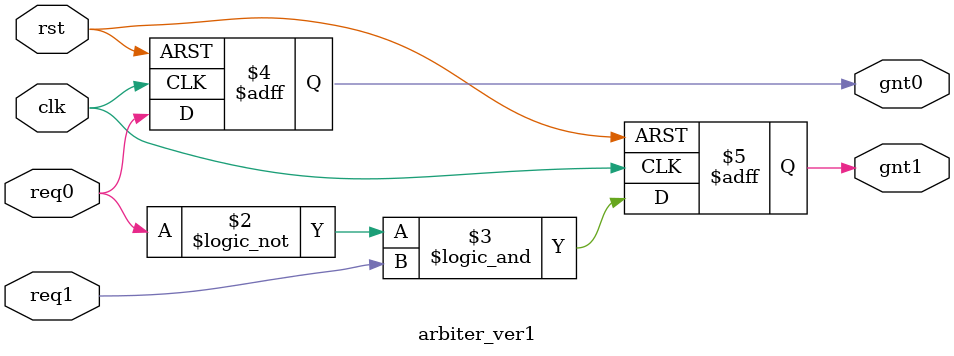
<source format=v>

module arbiter_ver1 (clk,
		rst,
		req0,
		req1,
		gnt0,
		gnt1);

	input clk, rst, req0, req1;
	output gnt0, gnt1;

	reg gnt0, gnt1;

	always @ (posedge clk or posedge rst) begin
		if (rst) begin
			gnt0 <= 0;
			gnt1 <= 0;
		end 
		else begin
            gnt0 = req0;
            gnt1 = !(req0) && (req1);
        end
	end

endmodule	

</source>
